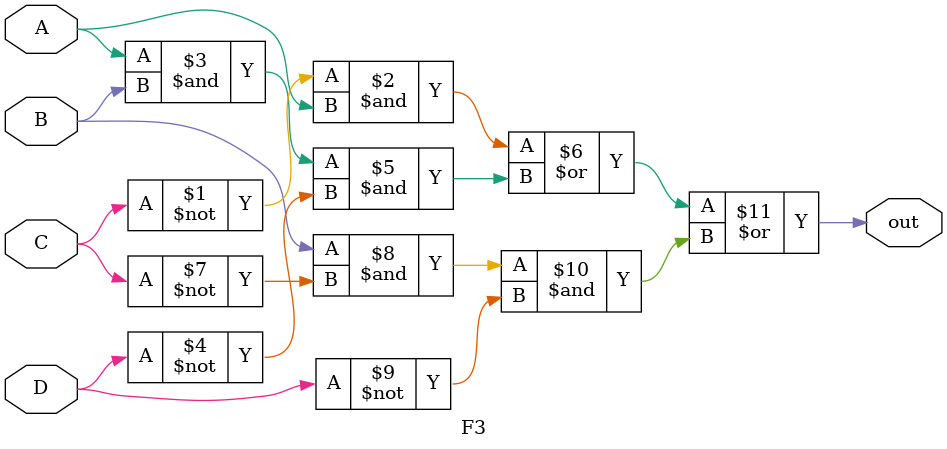
<source format=v>
module F3 (
    input A, input B, input C, input D, output out
);
    assign out = ~C&A | A&B&~D | B&~C&~D;
endmodule
</source>
